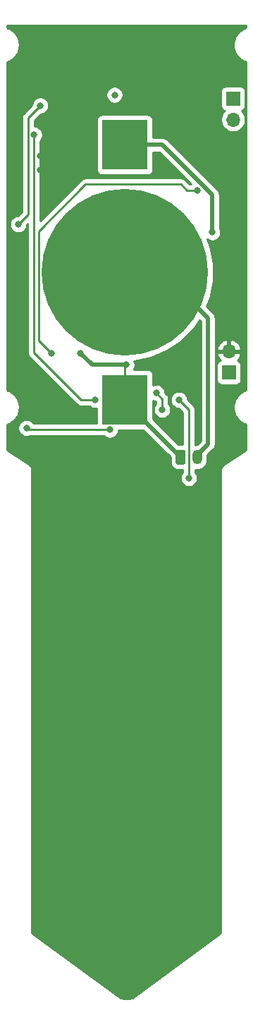
<source format=gbr>
G04 #@! TF.GenerationSoftware,KiCad,Pcbnew,(5.1.5)-3*
G04 #@! TF.CreationDate,2021-04-12T22:21:49+08:00*
G04 #@! TF.ProjectId,parasite,70617261-7369-4746-952e-6b696361645f,1.1.0*
G04 #@! TF.SameCoordinates,Original*
G04 #@! TF.FileFunction,Copper,L2,Bot*
G04 #@! TF.FilePolarity,Positive*
%FSLAX46Y46*%
G04 Gerber Fmt 4.6, Leading zero omitted, Abs format (unit mm)*
G04 Created by KiCad (PCBNEW (5.1.5)-3) date 2021-04-12 22:21:49*
%MOMM*%
%LPD*%
G04 APERTURE LIST*
%ADD10O,1.700000X1.700000*%
%ADD11R,1.700000X1.700000*%
%ADD12R,5.499999X6.000001*%
%ADD13C,20.000001*%
%ADD14O,1.200000X1.750000*%
%ADD15C,0.100000*%
%ADD16C,0.800000*%
%ADD17C,0.250000*%
%ADD18C,0.500000*%
%ADD19C,0.254000*%
G04 APERTURE END LIST*
D10*
X130302000Y-81788000D03*
D11*
X130302000Y-84328000D03*
D10*
X130810000Y-53975000D03*
D11*
X130810000Y-51435000D03*
D12*
X117800000Y-87600000D03*
X117800000Y-57000000D03*
D13*
X117800000Y-72300000D03*
D14*
X126500000Y-94500000D03*
G04 #@! TA.AperFunction,ComponentPad*
D15*
G36*
X124874505Y-93626204D02*
G01*
X124898773Y-93629804D01*
X124922572Y-93635765D01*
X124945671Y-93644030D01*
X124967850Y-93654520D01*
X124988893Y-93667132D01*
X125008599Y-93681747D01*
X125026777Y-93698223D01*
X125043253Y-93716401D01*
X125057868Y-93736107D01*
X125070480Y-93757150D01*
X125080970Y-93779329D01*
X125089235Y-93802428D01*
X125095196Y-93826227D01*
X125098796Y-93850495D01*
X125100000Y-93874999D01*
X125100000Y-95125001D01*
X125098796Y-95149505D01*
X125095196Y-95173773D01*
X125089235Y-95197572D01*
X125080970Y-95220671D01*
X125070480Y-95242850D01*
X125057868Y-95263893D01*
X125043253Y-95283599D01*
X125026777Y-95301777D01*
X125008599Y-95318253D01*
X124988893Y-95332868D01*
X124967850Y-95345480D01*
X124945671Y-95355970D01*
X124922572Y-95364235D01*
X124898773Y-95370196D01*
X124874505Y-95373796D01*
X124850001Y-95375000D01*
X124149999Y-95375000D01*
X124125495Y-95373796D01*
X124101227Y-95370196D01*
X124077428Y-95364235D01*
X124054329Y-95355970D01*
X124032150Y-95345480D01*
X124011107Y-95332868D01*
X123991401Y-95318253D01*
X123973223Y-95301777D01*
X123956747Y-95283599D01*
X123942132Y-95263893D01*
X123929520Y-95242850D01*
X123919030Y-95220671D01*
X123910765Y-95197572D01*
X123904804Y-95173773D01*
X123901204Y-95149505D01*
X123900000Y-95125001D01*
X123900000Y-93874999D01*
X123901204Y-93850495D01*
X123904804Y-93826227D01*
X123910765Y-93802428D01*
X123919030Y-93779329D01*
X123929520Y-93757150D01*
X123942132Y-93736107D01*
X123956747Y-93716401D01*
X123973223Y-93698223D01*
X123991401Y-93681747D01*
X124011107Y-93667132D01*
X124032150Y-93654520D01*
X124054329Y-93644030D01*
X124077428Y-93635765D01*
X124101227Y-93629804D01*
X124125495Y-93626204D01*
X124149999Y-93625000D01*
X124850001Y-93625000D01*
X124874505Y-93626204D01*
G37*
G04 #@! TD.AperFunction*
D16*
X117062500Y-93500000D03*
X109700000Y-88500000D03*
X129000000Y-60000000D03*
X105000000Y-86000000D03*
X113200000Y-96000000D03*
X107625000Y-58334058D03*
X129000000Y-75000000D03*
X126202194Y-80125795D03*
X122000000Y-83000000D03*
X123000000Y-54000000D03*
X129800000Y-79850000D03*
X130550000Y-72400000D03*
X112200000Y-60100000D03*
X107650000Y-60000000D03*
X113005000Y-49745000D03*
X112950000Y-57350000D03*
X122300000Y-88800000D03*
X121587347Y-86787347D03*
X114200000Y-87600000D03*
X106900000Y-55800000D03*
X116580002Y-51015000D03*
X112500000Y-82000000D03*
X128300000Y-67500000D03*
X118000000Y-83400000D03*
X125500000Y-97000000D03*
X124300000Y-87600000D03*
X116000000Y-91200003D03*
X106000000Y-91000000D03*
X126500000Y-62445000D03*
X108999958Y-82000000D03*
X110139283Y-72167638D03*
X107657000Y-52285000D03*
X105000000Y-66547984D03*
D17*
X107200000Y-86000000D02*
X109700000Y-88500000D01*
X105000000Y-86000000D02*
X107200000Y-86000000D01*
D18*
X115800000Y-93500000D02*
X117062500Y-93500000D01*
X113200000Y-96000000D02*
X115800000Y-93500000D01*
X126202194Y-80125795D02*
X123327989Y-83000000D01*
X123327989Y-83000000D02*
X122000000Y-83000000D01*
D17*
X124000000Y-55000000D02*
X129000000Y-60000000D01*
X123000000Y-54000000D02*
X124000000Y-55000000D01*
X129000000Y-60000000D02*
X130550000Y-61550000D01*
X130550000Y-79100000D02*
X129800000Y-79850000D01*
X130550000Y-61550000D02*
X130550000Y-72400000D01*
X130550000Y-72400000D02*
X130550000Y-79100000D01*
X112200000Y-60100000D02*
X107750000Y-60100000D01*
X107750000Y-60100000D02*
X107650000Y-60000000D01*
X107625000Y-58334058D02*
X111965942Y-58334058D01*
X113005000Y-49745000D02*
X113005000Y-57295000D01*
X111965942Y-58334058D02*
X112950000Y-57350000D01*
X113005000Y-57295000D02*
X112950000Y-57350000D01*
X130302000Y-80352000D02*
X129800000Y-79850000D01*
X130302000Y-81788000D02*
X130302000Y-80352000D01*
X122300000Y-87500000D02*
X121587347Y-86787347D01*
X122300000Y-88800000D02*
X122300000Y-87500000D01*
X114200000Y-87600000D02*
X112526998Y-87600000D01*
X106900000Y-56365685D02*
X106900000Y-55800000D01*
X106900000Y-81973002D02*
X106900000Y-56365685D01*
X112526998Y-87600000D02*
X106900000Y-81973002D01*
D18*
X117800000Y-87800000D02*
X117800000Y-87600000D01*
X124500000Y-94500000D02*
X117800000Y-87800000D01*
X122313002Y-57000000D02*
X121049999Y-57000000D01*
X128300000Y-62986998D02*
X122313002Y-57000000D01*
X121049999Y-57000000D02*
X117800000Y-57000000D01*
X128300000Y-67500000D02*
X128300000Y-62986998D01*
X113900000Y-83400000D02*
X112500000Y-82000000D01*
X118000000Y-83400000D02*
X113900000Y-83400000D01*
D17*
X117800000Y-83400000D02*
X117800000Y-87600000D01*
X118000000Y-83400000D02*
X117800000Y-83400000D01*
X125500000Y-88800000D02*
X124300000Y-87600000D01*
X125500000Y-97000000D02*
X125500000Y-88800000D01*
X106200003Y-91200003D02*
X106000000Y-91000000D01*
X116000000Y-91200003D02*
X106200003Y-91200003D01*
X107474999Y-80475041D02*
X108599959Y-81600001D01*
X126500000Y-62445000D02*
X125250000Y-62445000D01*
X108599959Y-81600001D02*
X108999958Y-82000000D01*
X107474999Y-67343999D02*
X107474999Y-80475041D01*
X125250000Y-62445000D02*
X124550000Y-61745000D01*
X124550000Y-61745000D02*
X113073998Y-61745000D01*
X113073998Y-61745000D02*
X107474999Y-67343999D01*
D18*
X117800000Y-72300000D02*
X117500000Y-72600000D01*
D17*
X117800000Y-72300000D02*
X117667638Y-72167638D01*
X110704968Y-72167638D02*
X110139283Y-72167638D01*
X117667638Y-72167638D02*
X110704968Y-72167638D01*
D18*
X122300000Y-72300000D02*
X117800000Y-72300000D01*
X127799999Y-92925001D02*
X127799999Y-77799999D01*
X126500000Y-94500000D02*
X126500000Y-94225000D01*
X127799999Y-77799999D02*
X122300000Y-72300000D01*
X126500000Y-94225000D02*
X127799999Y-92925001D01*
D17*
X106174999Y-65372985D02*
X105399999Y-66147985D01*
X105399999Y-66147985D02*
X105000000Y-66547984D01*
X107657000Y-52285000D02*
X106174999Y-53767001D01*
X106174999Y-53767001D02*
X106174999Y-65372985D01*
D19*
G36*
X132340001Y-42950801D02*
G01*
X132209523Y-42992191D01*
X132154588Y-43015737D01*
X132099235Y-43038551D01*
X132091129Y-43042935D01*
X131834592Y-43183968D01*
X131785247Y-43217755D01*
X131735409Y-43250867D01*
X131728309Y-43256741D01*
X131504051Y-43444916D01*
X131462207Y-43487646D01*
X131419751Y-43529806D01*
X131413927Y-43536947D01*
X131230491Y-43765097D01*
X131197744Y-43815139D01*
X131164286Y-43864742D01*
X131159960Y-43872879D01*
X131024330Y-44132313D01*
X131001918Y-44187785D01*
X130978740Y-44242923D01*
X130976077Y-44251745D01*
X130893422Y-44532583D01*
X130882224Y-44591284D01*
X130870184Y-44649940D01*
X130869285Y-44659112D01*
X130842753Y-44950656D01*
X130843171Y-45010472D01*
X130842753Y-45070288D01*
X130843652Y-45079460D01*
X130874252Y-45370605D01*
X130886283Y-45429217D01*
X130897489Y-45487963D01*
X130900153Y-45496784D01*
X130986721Y-45776440D01*
X131009899Y-45831578D01*
X131032311Y-45887050D01*
X131036638Y-45895186D01*
X131175877Y-46152702D01*
X131209304Y-46202259D01*
X131242080Y-46252347D01*
X131247905Y-46259488D01*
X131434510Y-46485056D01*
X131476965Y-46527215D01*
X131518809Y-46569945D01*
X131525909Y-46575819D01*
X131752773Y-46760845D01*
X131802566Y-46793927D01*
X131851955Y-46827745D01*
X131860061Y-46832127D01*
X132118542Y-46969564D01*
X132173836Y-46992355D01*
X132228829Y-47015925D01*
X132237632Y-47018650D01*
X132340000Y-47049557D01*
X132340001Y-86450801D01*
X132209523Y-86492191D01*
X132154588Y-86515737D01*
X132099235Y-86538551D01*
X132091129Y-86542935D01*
X131834592Y-86683968D01*
X131785247Y-86717755D01*
X131735409Y-86750867D01*
X131728309Y-86756741D01*
X131504051Y-86944916D01*
X131462207Y-86987646D01*
X131419751Y-87029806D01*
X131413927Y-87036947D01*
X131230491Y-87265097D01*
X131197744Y-87315139D01*
X131164286Y-87364742D01*
X131159960Y-87372879D01*
X131024330Y-87632313D01*
X131001918Y-87687785D01*
X130978740Y-87742923D01*
X130976077Y-87751745D01*
X130893422Y-88032583D01*
X130882224Y-88091284D01*
X130870184Y-88149940D01*
X130869285Y-88159112D01*
X130842753Y-88450656D01*
X130843171Y-88510472D01*
X130842753Y-88570288D01*
X130843652Y-88579460D01*
X130874252Y-88870605D01*
X130886283Y-88929217D01*
X130897489Y-88987963D01*
X130900153Y-88996784D01*
X130986721Y-89276440D01*
X131009899Y-89331578D01*
X131032311Y-89387050D01*
X131036638Y-89395186D01*
X131175877Y-89652702D01*
X131209304Y-89702259D01*
X131242080Y-89752347D01*
X131247905Y-89759488D01*
X131434510Y-89985056D01*
X131476965Y-90027215D01*
X131518809Y-90069945D01*
X131525909Y-90075819D01*
X131752773Y-90260845D01*
X131802566Y-90293927D01*
X131851955Y-90327745D01*
X131860061Y-90332127D01*
X132118542Y-90469564D01*
X132173836Y-90492355D01*
X132228829Y-90515925D01*
X132237632Y-90518650D01*
X132340000Y-90549557D01*
X132340001Y-93646778D01*
X129660588Y-95433054D01*
X129631550Y-95448575D01*
X129581287Y-95489825D01*
X129531543Y-95530562D01*
X129531323Y-95530830D01*
X129531052Y-95531052D01*
X129489702Y-95581438D01*
X129448962Y-95630974D01*
X129448799Y-95631278D01*
X129448575Y-95631551D01*
X129417976Y-95688798D01*
X129387556Y-95745566D01*
X129387454Y-95745901D01*
X129387290Y-95746208D01*
X129368356Y-95808623D01*
X129349687Y-95869938D01*
X129349653Y-95870278D01*
X129349550Y-95870618D01*
X129343124Y-95935859D01*
X129336808Y-95999307D01*
X129340000Y-96032066D01*
X129340001Y-151663912D01*
X118721338Y-159386575D01*
X118314733Y-159479214D01*
X117827192Y-159493131D01*
X117323567Y-159408264D01*
X117297780Y-159400478D01*
X106660000Y-151663913D01*
X106660000Y-96032065D01*
X106663192Y-95999306D01*
X106656876Y-95935858D01*
X106650450Y-95870617D01*
X106650347Y-95870277D01*
X106650313Y-95869937D01*
X106631644Y-95808622D01*
X106612710Y-95746207D01*
X106612546Y-95745900D01*
X106612444Y-95745565D01*
X106582024Y-95688797D01*
X106551425Y-95631550D01*
X106551201Y-95631277D01*
X106551038Y-95630973D01*
X106510105Y-95581201D01*
X106468948Y-95531052D01*
X106468680Y-95530832D01*
X106468457Y-95530561D01*
X106417903Y-95489161D01*
X106368449Y-95448575D01*
X106339423Y-95433061D01*
X103660000Y-93646779D01*
X103660000Y-90549198D01*
X103790476Y-90507809D01*
X103845412Y-90484263D01*
X103900764Y-90461449D01*
X103908870Y-90457065D01*
X104165408Y-90316032D01*
X104214753Y-90282245D01*
X104264591Y-90249133D01*
X104271691Y-90243259D01*
X104495949Y-90055084D01*
X104537793Y-90012354D01*
X104580248Y-89970195D01*
X104586072Y-89963053D01*
X104769509Y-89734903D01*
X104802251Y-89684869D01*
X104835714Y-89635258D01*
X104840040Y-89627122D01*
X104975670Y-89367687D01*
X104998082Y-89312215D01*
X105021260Y-89257077D01*
X105023923Y-89248255D01*
X105106578Y-88967417D01*
X105117785Y-88908669D01*
X105129816Y-88850059D01*
X105130715Y-88840888D01*
X105157247Y-88549344D01*
X105156829Y-88489528D01*
X105157247Y-88429712D01*
X105156348Y-88420541D01*
X105125748Y-88129395D01*
X105113710Y-88070753D01*
X105102510Y-88012037D01*
X105099847Y-88003216D01*
X105013279Y-87723560D01*
X104990101Y-87668422D01*
X104967689Y-87612950D01*
X104963362Y-87604814D01*
X104824123Y-87347298D01*
X104790701Y-87297749D01*
X104757920Y-87247653D01*
X104752095Y-87240512D01*
X104565490Y-87014945D01*
X104523054Y-86972804D01*
X104481191Y-86930055D01*
X104474091Y-86924181D01*
X104247227Y-86739155D01*
X104197408Y-86706055D01*
X104148045Y-86672256D01*
X104139939Y-86667873D01*
X103881458Y-86530436D01*
X103826164Y-86507645D01*
X103771171Y-86484075D01*
X103762368Y-86481350D01*
X103660000Y-86450443D01*
X103660000Y-66446045D01*
X103965000Y-66446045D01*
X103965000Y-66649923D01*
X104004774Y-66849882D01*
X104082795Y-67038240D01*
X104196063Y-67207758D01*
X104340226Y-67351921D01*
X104509744Y-67465189D01*
X104698102Y-67543210D01*
X104898061Y-67582984D01*
X105101939Y-67582984D01*
X105301898Y-67543210D01*
X105490256Y-67465189D01*
X105659774Y-67351921D01*
X105803937Y-67207758D01*
X105917205Y-67038240D01*
X105995226Y-66849882D01*
X106035000Y-66649923D01*
X106035000Y-66587785D01*
X106140001Y-66482785D01*
X106140000Y-81935680D01*
X106136324Y-81973002D01*
X106140000Y-82010324D01*
X106140000Y-82010334D01*
X106150997Y-82121987D01*
X106185271Y-82234975D01*
X106194454Y-82265248D01*
X106265026Y-82397278D01*
X106287183Y-82424276D01*
X106359999Y-82513003D01*
X106389003Y-82536806D01*
X111963198Y-88111002D01*
X111986997Y-88140001D01*
X112015995Y-88163799D01*
X112102721Y-88234974D01*
X112234751Y-88305546D01*
X112378012Y-88349003D01*
X112489665Y-88360000D01*
X112489675Y-88360000D01*
X112526998Y-88363676D01*
X112564321Y-88360000D01*
X113496289Y-88360000D01*
X113540226Y-88403937D01*
X113709744Y-88517205D01*
X113898102Y-88595226D01*
X114098061Y-88635000D01*
X114301939Y-88635000D01*
X114411929Y-88613122D01*
X114411929Y-90440003D01*
X106870606Y-90440003D01*
X106803937Y-90340226D01*
X106659774Y-90196063D01*
X106490256Y-90082795D01*
X106301898Y-90004774D01*
X106101939Y-89965000D01*
X105898061Y-89965000D01*
X105698102Y-90004774D01*
X105509744Y-90082795D01*
X105340226Y-90196063D01*
X105196063Y-90340226D01*
X105082795Y-90509744D01*
X105004774Y-90698102D01*
X104965000Y-90898061D01*
X104965000Y-91101939D01*
X105004774Y-91301898D01*
X105082795Y-91490256D01*
X105196063Y-91659774D01*
X105340226Y-91803937D01*
X105509744Y-91917205D01*
X105698102Y-91995226D01*
X105898061Y-92035000D01*
X106101939Y-92035000D01*
X106301898Y-91995226D01*
X106386933Y-91960003D01*
X115296289Y-91960003D01*
X115340226Y-92003940D01*
X115509744Y-92117208D01*
X115698102Y-92195229D01*
X115898061Y-92235003D01*
X116101939Y-92235003D01*
X116301898Y-92195229D01*
X116490256Y-92117208D01*
X116659774Y-92003940D01*
X116803937Y-91859777D01*
X116917205Y-91690259D01*
X116995226Y-91501901D01*
X117035000Y-91301942D01*
X117035000Y-91238072D01*
X119986494Y-91238072D01*
X123261928Y-94513507D01*
X123261928Y-95125001D01*
X123278992Y-95298255D01*
X123329528Y-95464851D01*
X123411595Y-95618387D01*
X123522038Y-95752962D01*
X123656613Y-95863405D01*
X123810149Y-95945472D01*
X123976745Y-95996008D01*
X124149999Y-96013072D01*
X124740000Y-96013072D01*
X124740000Y-96296289D01*
X124696063Y-96340226D01*
X124582795Y-96509744D01*
X124504774Y-96698102D01*
X124465000Y-96898061D01*
X124465000Y-97101939D01*
X124504774Y-97301898D01*
X124582795Y-97490256D01*
X124696063Y-97659774D01*
X124840226Y-97803937D01*
X125009744Y-97917205D01*
X125198102Y-97995226D01*
X125398061Y-98035000D01*
X125601939Y-98035000D01*
X125801898Y-97995226D01*
X125990256Y-97917205D01*
X126159774Y-97803937D01*
X126303937Y-97659774D01*
X126417205Y-97490256D01*
X126495226Y-97301898D01*
X126535000Y-97101939D01*
X126535000Y-96898061D01*
X126495226Y-96698102D01*
X126417205Y-96509744D01*
X126303937Y-96340226D01*
X126260000Y-96296289D01*
X126260000Y-95992337D01*
X126500000Y-96015975D01*
X126742102Y-95992130D01*
X126974901Y-95921511D01*
X127189449Y-95806833D01*
X127377502Y-95652502D01*
X127531833Y-95464449D01*
X127646511Y-95249900D01*
X127717130Y-95017101D01*
X127735000Y-94835664D01*
X127735000Y-94241578D01*
X128395049Y-93581530D01*
X128428816Y-93553818D01*
X128539410Y-93419060D01*
X128621588Y-93265314D01*
X128672194Y-93098491D01*
X128684999Y-92968478D01*
X128684999Y-92968468D01*
X128689280Y-92925002D01*
X128684999Y-92881536D01*
X128684999Y-83478000D01*
X128813928Y-83478000D01*
X128813928Y-85178000D01*
X128826188Y-85302482D01*
X128862498Y-85422180D01*
X128921463Y-85532494D01*
X129000815Y-85629185D01*
X129097506Y-85708537D01*
X129207820Y-85767502D01*
X129327518Y-85803812D01*
X129452000Y-85816072D01*
X131152000Y-85816072D01*
X131276482Y-85803812D01*
X131396180Y-85767502D01*
X131506494Y-85708537D01*
X131603185Y-85629185D01*
X131682537Y-85532494D01*
X131741502Y-85422180D01*
X131777812Y-85302482D01*
X131790072Y-85178000D01*
X131790072Y-83478000D01*
X131777812Y-83353518D01*
X131741502Y-83233820D01*
X131682537Y-83123506D01*
X131603185Y-83026815D01*
X131506494Y-82947463D01*
X131396180Y-82888498D01*
X131315534Y-82864034D01*
X131399588Y-82788269D01*
X131573641Y-82554920D01*
X131698825Y-82292099D01*
X131743476Y-82144890D01*
X131622155Y-81915000D01*
X130429000Y-81915000D01*
X130429000Y-81935000D01*
X130175000Y-81935000D01*
X130175000Y-81915000D01*
X128981845Y-81915000D01*
X128860524Y-82144890D01*
X128905175Y-82292099D01*
X129030359Y-82554920D01*
X129204412Y-82788269D01*
X129288466Y-82864034D01*
X129207820Y-82888498D01*
X129097506Y-82947463D01*
X129000815Y-83026815D01*
X128921463Y-83123506D01*
X128862498Y-83233820D01*
X128826188Y-83353518D01*
X128813928Y-83478000D01*
X128684999Y-83478000D01*
X128684999Y-81431110D01*
X128860524Y-81431110D01*
X128981845Y-81661000D01*
X130175000Y-81661000D01*
X130175000Y-80467186D01*
X130429000Y-80467186D01*
X130429000Y-81661000D01*
X131622155Y-81661000D01*
X131743476Y-81431110D01*
X131698825Y-81283901D01*
X131573641Y-81021080D01*
X131399588Y-80787731D01*
X131183355Y-80592822D01*
X130933252Y-80443843D01*
X130658891Y-80346519D01*
X130429000Y-80467186D01*
X130175000Y-80467186D01*
X129945109Y-80346519D01*
X129670748Y-80443843D01*
X129420645Y-80592822D01*
X129204412Y-80787731D01*
X129030359Y-81021080D01*
X128905175Y-81283901D01*
X128860524Y-81431110D01*
X128684999Y-81431110D01*
X128684999Y-77843464D01*
X128689280Y-77799998D01*
X128684999Y-77756532D01*
X128684999Y-77756522D01*
X128672194Y-77626509D01*
X128621588Y-77459686D01*
X128539410Y-77305940D01*
X128428816Y-77171182D01*
X128395048Y-77143469D01*
X127624275Y-76372696D01*
X128026303Y-75402115D01*
X128435000Y-73347456D01*
X128435000Y-71252544D01*
X128026303Y-69197885D01*
X127662061Y-68318526D01*
X127809744Y-68417205D01*
X127998102Y-68495226D01*
X128198061Y-68535000D01*
X128401939Y-68535000D01*
X128601898Y-68495226D01*
X128790256Y-68417205D01*
X128959774Y-68303937D01*
X129103937Y-68159774D01*
X129217205Y-67990256D01*
X129295226Y-67801898D01*
X129335000Y-67601939D01*
X129335000Y-67398061D01*
X129295226Y-67198102D01*
X129217205Y-67009744D01*
X129185000Y-66961546D01*
X129185000Y-63030467D01*
X129189281Y-62986998D01*
X129185000Y-62943529D01*
X129185000Y-62943521D01*
X129172195Y-62813508D01*
X129121589Y-62646685D01*
X129039411Y-62492939D01*
X129000068Y-62445000D01*
X128956532Y-62391951D01*
X128956530Y-62391949D01*
X128928817Y-62358181D01*
X128895049Y-62330468D01*
X122969536Y-56404956D01*
X122941819Y-56371183D01*
X122807061Y-56260589D01*
X122653315Y-56178411D01*
X122486492Y-56127805D01*
X122356479Y-56115000D01*
X122356471Y-56115000D01*
X122313002Y-56110719D01*
X122269533Y-56115000D01*
X121188071Y-56115000D01*
X121188071Y-54000000D01*
X121175811Y-53875518D01*
X121139501Y-53755820D01*
X121080536Y-53645506D01*
X121001184Y-53548815D01*
X120904493Y-53469463D01*
X120794179Y-53410498D01*
X120674481Y-53374188D01*
X120549999Y-53361928D01*
X115050001Y-53361928D01*
X114925519Y-53374188D01*
X114805821Y-53410498D01*
X114695507Y-53469463D01*
X114598816Y-53548815D01*
X114519464Y-53645506D01*
X114460499Y-53755820D01*
X114424189Y-53875518D01*
X114411929Y-54000000D01*
X114411929Y-60000000D01*
X114424189Y-60124482D01*
X114460499Y-60244180D01*
X114519464Y-60354494D01*
X114598816Y-60451185D01*
X114695507Y-60530537D01*
X114805821Y-60589502D01*
X114925519Y-60625812D01*
X115050001Y-60638072D01*
X120549999Y-60638072D01*
X120674481Y-60625812D01*
X120794179Y-60589502D01*
X120904493Y-60530537D01*
X121001184Y-60451185D01*
X121080536Y-60354494D01*
X121139501Y-60244180D01*
X121175811Y-60124482D01*
X121188071Y-60000000D01*
X121188071Y-57885000D01*
X121946424Y-57885000D01*
X125746423Y-61685000D01*
X125564802Y-61685000D01*
X125113803Y-61234002D01*
X125090001Y-61204999D01*
X124974276Y-61110026D01*
X124842247Y-61039454D01*
X124698986Y-60995997D01*
X124587333Y-60985000D01*
X124587322Y-60985000D01*
X124550000Y-60981324D01*
X124512678Y-60985000D01*
X113111320Y-60985000D01*
X113073997Y-60981324D01*
X113036674Y-60985000D01*
X113036665Y-60985000D01*
X112925012Y-60995997D01*
X112781751Y-61039454D01*
X112649722Y-61110026D01*
X112533997Y-61204999D01*
X112510199Y-61233997D01*
X107660000Y-66084197D01*
X107660000Y-56503711D01*
X107703937Y-56459774D01*
X107817205Y-56290256D01*
X107895226Y-56101898D01*
X107935000Y-55901939D01*
X107935000Y-55698061D01*
X107895226Y-55498102D01*
X107817205Y-55309744D01*
X107703937Y-55140226D01*
X107559774Y-54996063D01*
X107390256Y-54882795D01*
X107201898Y-54804774D01*
X107001939Y-54765000D01*
X106934999Y-54765000D01*
X106934999Y-54081802D01*
X107696802Y-53320000D01*
X107758939Y-53320000D01*
X107958898Y-53280226D01*
X108147256Y-53202205D01*
X108316774Y-53088937D01*
X108460937Y-52944774D01*
X108574205Y-52775256D01*
X108652226Y-52586898D01*
X108692000Y-52386939D01*
X108692000Y-52183061D01*
X108652226Y-51983102D01*
X108574205Y-51794744D01*
X108460937Y-51625226D01*
X108316774Y-51481063D01*
X108147256Y-51367795D01*
X107958898Y-51289774D01*
X107758939Y-51250000D01*
X107555061Y-51250000D01*
X107355102Y-51289774D01*
X107166744Y-51367795D01*
X106997226Y-51481063D01*
X106853063Y-51625226D01*
X106739795Y-51794744D01*
X106661774Y-51983102D01*
X106622000Y-52183061D01*
X106622000Y-52245198D01*
X105664002Y-53203197D01*
X105634998Y-53227000D01*
X105598405Y-53271589D01*
X105540025Y-53342725D01*
X105472282Y-53469463D01*
X105469453Y-53474755D01*
X105425996Y-53618016D01*
X105414999Y-53729669D01*
X105414999Y-53729679D01*
X105411323Y-53767001D01*
X105414999Y-53804323D01*
X105415000Y-65058182D01*
X104960199Y-65512984D01*
X104898061Y-65512984D01*
X104698102Y-65552758D01*
X104509744Y-65630779D01*
X104340226Y-65744047D01*
X104196063Y-65888210D01*
X104082795Y-66057728D01*
X104004774Y-66246086D01*
X103965000Y-66446045D01*
X103660000Y-66446045D01*
X103660000Y-50913061D01*
X115545002Y-50913061D01*
X115545002Y-51116939D01*
X115584776Y-51316898D01*
X115662797Y-51505256D01*
X115776065Y-51674774D01*
X115920228Y-51818937D01*
X116089746Y-51932205D01*
X116278104Y-52010226D01*
X116478063Y-52050000D01*
X116681941Y-52050000D01*
X116881900Y-52010226D01*
X117070258Y-51932205D01*
X117239776Y-51818937D01*
X117383939Y-51674774D01*
X117497207Y-51505256D01*
X117575228Y-51316898D01*
X117615002Y-51116939D01*
X117615002Y-50913061D01*
X117575228Y-50713102D01*
X117522167Y-50585000D01*
X129321928Y-50585000D01*
X129321928Y-52285000D01*
X129334188Y-52409482D01*
X129370498Y-52529180D01*
X129429463Y-52639494D01*
X129508815Y-52736185D01*
X129605506Y-52815537D01*
X129715820Y-52874502D01*
X129788380Y-52896513D01*
X129656525Y-53028368D01*
X129494010Y-53271589D01*
X129382068Y-53541842D01*
X129325000Y-53828740D01*
X129325000Y-54121260D01*
X129382068Y-54408158D01*
X129494010Y-54678411D01*
X129656525Y-54921632D01*
X129863368Y-55128475D01*
X130106589Y-55290990D01*
X130376842Y-55402932D01*
X130663740Y-55460000D01*
X130956260Y-55460000D01*
X131243158Y-55402932D01*
X131513411Y-55290990D01*
X131756632Y-55128475D01*
X131963475Y-54921632D01*
X132125990Y-54678411D01*
X132237932Y-54408158D01*
X132295000Y-54121260D01*
X132295000Y-53828740D01*
X132237932Y-53541842D01*
X132125990Y-53271589D01*
X131963475Y-53028368D01*
X131831620Y-52896513D01*
X131904180Y-52874502D01*
X132014494Y-52815537D01*
X132111185Y-52736185D01*
X132190537Y-52639494D01*
X132249502Y-52529180D01*
X132285812Y-52409482D01*
X132298072Y-52285000D01*
X132298072Y-50585000D01*
X132285812Y-50460518D01*
X132249502Y-50340820D01*
X132190537Y-50230506D01*
X132111185Y-50133815D01*
X132014494Y-50054463D01*
X131904180Y-49995498D01*
X131784482Y-49959188D01*
X131660000Y-49946928D01*
X129960000Y-49946928D01*
X129835518Y-49959188D01*
X129715820Y-49995498D01*
X129605506Y-50054463D01*
X129508815Y-50133815D01*
X129429463Y-50230506D01*
X129370498Y-50340820D01*
X129334188Y-50460518D01*
X129321928Y-50585000D01*
X117522167Y-50585000D01*
X117497207Y-50524744D01*
X117383939Y-50355226D01*
X117239776Y-50211063D01*
X117070258Y-50097795D01*
X116881900Y-50019774D01*
X116681941Y-49980000D01*
X116478063Y-49980000D01*
X116278104Y-50019774D01*
X116089746Y-50097795D01*
X115920228Y-50211063D01*
X115776065Y-50355226D01*
X115662797Y-50524744D01*
X115584776Y-50713102D01*
X115545002Y-50913061D01*
X103660000Y-50913061D01*
X103660000Y-47049198D01*
X103790476Y-47007809D01*
X103845412Y-46984263D01*
X103900764Y-46961449D01*
X103908870Y-46957065D01*
X104165408Y-46816032D01*
X104214753Y-46782245D01*
X104264591Y-46749133D01*
X104271691Y-46743259D01*
X104495949Y-46555084D01*
X104537793Y-46512354D01*
X104580248Y-46470195D01*
X104586072Y-46463053D01*
X104769509Y-46234903D01*
X104802251Y-46184869D01*
X104835714Y-46135258D01*
X104840040Y-46127122D01*
X104975670Y-45867687D01*
X104998082Y-45812215D01*
X105021260Y-45757077D01*
X105023923Y-45748255D01*
X105106578Y-45467417D01*
X105117785Y-45408669D01*
X105129816Y-45350059D01*
X105130715Y-45340888D01*
X105157247Y-45049344D01*
X105156829Y-44989528D01*
X105157247Y-44929712D01*
X105156348Y-44920541D01*
X105125748Y-44629395D01*
X105113710Y-44570753D01*
X105102510Y-44512037D01*
X105099847Y-44503216D01*
X105013279Y-44223560D01*
X104990101Y-44168422D01*
X104967689Y-44112950D01*
X104963362Y-44104814D01*
X104824123Y-43847298D01*
X104790701Y-43797749D01*
X104757920Y-43747653D01*
X104752095Y-43740512D01*
X104565490Y-43514945D01*
X104523054Y-43472804D01*
X104481191Y-43430055D01*
X104474091Y-43424181D01*
X104247227Y-43239155D01*
X104197408Y-43206055D01*
X104148045Y-43172256D01*
X104139939Y-43167873D01*
X103881458Y-43030436D01*
X103826164Y-43007645D01*
X103771171Y-42984075D01*
X103762368Y-42981350D01*
X103660000Y-42950443D01*
X103660000Y-42660000D01*
X132340000Y-42660000D01*
X132340001Y-42950801D01*
G37*
X132340001Y-42950801D02*
X132209523Y-42992191D01*
X132154588Y-43015737D01*
X132099235Y-43038551D01*
X132091129Y-43042935D01*
X131834592Y-43183968D01*
X131785247Y-43217755D01*
X131735409Y-43250867D01*
X131728309Y-43256741D01*
X131504051Y-43444916D01*
X131462207Y-43487646D01*
X131419751Y-43529806D01*
X131413927Y-43536947D01*
X131230491Y-43765097D01*
X131197744Y-43815139D01*
X131164286Y-43864742D01*
X131159960Y-43872879D01*
X131024330Y-44132313D01*
X131001918Y-44187785D01*
X130978740Y-44242923D01*
X130976077Y-44251745D01*
X130893422Y-44532583D01*
X130882224Y-44591284D01*
X130870184Y-44649940D01*
X130869285Y-44659112D01*
X130842753Y-44950656D01*
X130843171Y-45010472D01*
X130842753Y-45070288D01*
X130843652Y-45079460D01*
X130874252Y-45370605D01*
X130886283Y-45429217D01*
X130897489Y-45487963D01*
X130900153Y-45496784D01*
X130986721Y-45776440D01*
X131009899Y-45831578D01*
X131032311Y-45887050D01*
X131036638Y-45895186D01*
X131175877Y-46152702D01*
X131209304Y-46202259D01*
X131242080Y-46252347D01*
X131247905Y-46259488D01*
X131434510Y-46485056D01*
X131476965Y-46527215D01*
X131518809Y-46569945D01*
X131525909Y-46575819D01*
X131752773Y-46760845D01*
X131802566Y-46793927D01*
X131851955Y-46827745D01*
X131860061Y-46832127D01*
X132118542Y-46969564D01*
X132173836Y-46992355D01*
X132228829Y-47015925D01*
X132237632Y-47018650D01*
X132340000Y-47049557D01*
X132340001Y-86450801D01*
X132209523Y-86492191D01*
X132154588Y-86515737D01*
X132099235Y-86538551D01*
X132091129Y-86542935D01*
X131834592Y-86683968D01*
X131785247Y-86717755D01*
X131735409Y-86750867D01*
X131728309Y-86756741D01*
X131504051Y-86944916D01*
X131462207Y-86987646D01*
X131419751Y-87029806D01*
X131413927Y-87036947D01*
X131230491Y-87265097D01*
X131197744Y-87315139D01*
X131164286Y-87364742D01*
X131159960Y-87372879D01*
X131024330Y-87632313D01*
X131001918Y-87687785D01*
X130978740Y-87742923D01*
X130976077Y-87751745D01*
X130893422Y-88032583D01*
X130882224Y-88091284D01*
X130870184Y-88149940D01*
X130869285Y-88159112D01*
X130842753Y-88450656D01*
X130843171Y-88510472D01*
X130842753Y-88570288D01*
X130843652Y-88579460D01*
X130874252Y-88870605D01*
X130886283Y-88929217D01*
X130897489Y-88987963D01*
X130900153Y-88996784D01*
X130986721Y-89276440D01*
X131009899Y-89331578D01*
X131032311Y-89387050D01*
X131036638Y-89395186D01*
X131175877Y-89652702D01*
X131209304Y-89702259D01*
X131242080Y-89752347D01*
X131247905Y-89759488D01*
X131434510Y-89985056D01*
X131476965Y-90027215D01*
X131518809Y-90069945D01*
X131525909Y-90075819D01*
X131752773Y-90260845D01*
X131802566Y-90293927D01*
X131851955Y-90327745D01*
X131860061Y-90332127D01*
X132118542Y-90469564D01*
X132173836Y-90492355D01*
X132228829Y-90515925D01*
X132237632Y-90518650D01*
X132340000Y-90549557D01*
X132340001Y-93646778D01*
X129660588Y-95433054D01*
X129631550Y-95448575D01*
X129581287Y-95489825D01*
X129531543Y-95530562D01*
X129531323Y-95530830D01*
X129531052Y-95531052D01*
X129489702Y-95581438D01*
X129448962Y-95630974D01*
X129448799Y-95631278D01*
X129448575Y-95631551D01*
X129417976Y-95688798D01*
X129387556Y-95745566D01*
X129387454Y-95745901D01*
X129387290Y-95746208D01*
X129368356Y-95808623D01*
X129349687Y-95869938D01*
X129349653Y-95870278D01*
X129349550Y-95870618D01*
X129343124Y-95935859D01*
X129336808Y-95999307D01*
X129340000Y-96032066D01*
X129340001Y-151663912D01*
X118721338Y-159386575D01*
X118314733Y-159479214D01*
X117827192Y-159493131D01*
X117323567Y-159408264D01*
X117297780Y-159400478D01*
X106660000Y-151663913D01*
X106660000Y-96032065D01*
X106663192Y-95999306D01*
X106656876Y-95935858D01*
X106650450Y-95870617D01*
X106650347Y-95870277D01*
X106650313Y-95869937D01*
X106631644Y-95808622D01*
X106612710Y-95746207D01*
X106612546Y-95745900D01*
X106612444Y-95745565D01*
X106582024Y-95688797D01*
X106551425Y-95631550D01*
X106551201Y-95631277D01*
X106551038Y-95630973D01*
X106510105Y-95581201D01*
X106468948Y-95531052D01*
X106468680Y-95530832D01*
X106468457Y-95530561D01*
X106417903Y-95489161D01*
X106368449Y-95448575D01*
X106339423Y-95433061D01*
X103660000Y-93646779D01*
X103660000Y-90549198D01*
X103790476Y-90507809D01*
X103845412Y-90484263D01*
X103900764Y-90461449D01*
X103908870Y-90457065D01*
X104165408Y-90316032D01*
X104214753Y-90282245D01*
X104264591Y-90249133D01*
X104271691Y-90243259D01*
X104495949Y-90055084D01*
X104537793Y-90012354D01*
X104580248Y-89970195D01*
X104586072Y-89963053D01*
X104769509Y-89734903D01*
X104802251Y-89684869D01*
X104835714Y-89635258D01*
X104840040Y-89627122D01*
X104975670Y-89367687D01*
X104998082Y-89312215D01*
X105021260Y-89257077D01*
X105023923Y-89248255D01*
X105106578Y-88967417D01*
X105117785Y-88908669D01*
X105129816Y-88850059D01*
X105130715Y-88840888D01*
X105157247Y-88549344D01*
X105156829Y-88489528D01*
X105157247Y-88429712D01*
X105156348Y-88420541D01*
X105125748Y-88129395D01*
X105113710Y-88070753D01*
X105102510Y-88012037D01*
X105099847Y-88003216D01*
X105013279Y-87723560D01*
X104990101Y-87668422D01*
X104967689Y-87612950D01*
X104963362Y-87604814D01*
X104824123Y-87347298D01*
X104790701Y-87297749D01*
X104757920Y-87247653D01*
X104752095Y-87240512D01*
X104565490Y-87014945D01*
X104523054Y-86972804D01*
X104481191Y-86930055D01*
X104474091Y-86924181D01*
X104247227Y-86739155D01*
X104197408Y-86706055D01*
X104148045Y-86672256D01*
X104139939Y-86667873D01*
X103881458Y-86530436D01*
X103826164Y-86507645D01*
X103771171Y-86484075D01*
X103762368Y-86481350D01*
X103660000Y-86450443D01*
X103660000Y-66446045D01*
X103965000Y-66446045D01*
X103965000Y-66649923D01*
X104004774Y-66849882D01*
X104082795Y-67038240D01*
X104196063Y-67207758D01*
X104340226Y-67351921D01*
X104509744Y-67465189D01*
X104698102Y-67543210D01*
X104898061Y-67582984D01*
X105101939Y-67582984D01*
X105301898Y-67543210D01*
X105490256Y-67465189D01*
X105659774Y-67351921D01*
X105803937Y-67207758D01*
X105917205Y-67038240D01*
X105995226Y-66849882D01*
X106035000Y-66649923D01*
X106035000Y-66587785D01*
X106140001Y-66482785D01*
X106140000Y-81935680D01*
X106136324Y-81973002D01*
X106140000Y-82010324D01*
X106140000Y-82010334D01*
X106150997Y-82121987D01*
X106185271Y-82234975D01*
X106194454Y-82265248D01*
X106265026Y-82397278D01*
X106287183Y-82424276D01*
X106359999Y-82513003D01*
X106389003Y-82536806D01*
X111963198Y-88111002D01*
X111986997Y-88140001D01*
X112015995Y-88163799D01*
X112102721Y-88234974D01*
X112234751Y-88305546D01*
X112378012Y-88349003D01*
X112489665Y-88360000D01*
X112489675Y-88360000D01*
X112526998Y-88363676D01*
X112564321Y-88360000D01*
X113496289Y-88360000D01*
X113540226Y-88403937D01*
X113709744Y-88517205D01*
X113898102Y-88595226D01*
X114098061Y-88635000D01*
X114301939Y-88635000D01*
X114411929Y-88613122D01*
X114411929Y-90440003D01*
X106870606Y-90440003D01*
X106803937Y-90340226D01*
X106659774Y-90196063D01*
X106490256Y-90082795D01*
X106301898Y-90004774D01*
X106101939Y-89965000D01*
X105898061Y-89965000D01*
X105698102Y-90004774D01*
X105509744Y-90082795D01*
X105340226Y-90196063D01*
X105196063Y-90340226D01*
X105082795Y-90509744D01*
X105004774Y-90698102D01*
X104965000Y-90898061D01*
X104965000Y-91101939D01*
X105004774Y-91301898D01*
X105082795Y-91490256D01*
X105196063Y-91659774D01*
X105340226Y-91803937D01*
X105509744Y-91917205D01*
X105698102Y-91995226D01*
X105898061Y-92035000D01*
X106101939Y-92035000D01*
X106301898Y-91995226D01*
X106386933Y-91960003D01*
X115296289Y-91960003D01*
X115340226Y-92003940D01*
X115509744Y-92117208D01*
X115698102Y-92195229D01*
X115898061Y-92235003D01*
X116101939Y-92235003D01*
X116301898Y-92195229D01*
X116490256Y-92117208D01*
X116659774Y-92003940D01*
X116803937Y-91859777D01*
X116917205Y-91690259D01*
X116995226Y-91501901D01*
X117035000Y-91301942D01*
X117035000Y-91238072D01*
X119986494Y-91238072D01*
X123261928Y-94513507D01*
X123261928Y-95125001D01*
X123278992Y-95298255D01*
X123329528Y-95464851D01*
X123411595Y-95618387D01*
X123522038Y-95752962D01*
X123656613Y-95863405D01*
X123810149Y-95945472D01*
X123976745Y-95996008D01*
X124149999Y-96013072D01*
X124740000Y-96013072D01*
X124740000Y-96296289D01*
X124696063Y-96340226D01*
X124582795Y-96509744D01*
X124504774Y-96698102D01*
X124465000Y-96898061D01*
X124465000Y-97101939D01*
X124504774Y-97301898D01*
X124582795Y-97490256D01*
X124696063Y-97659774D01*
X124840226Y-97803937D01*
X125009744Y-97917205D01*
X125198102Y-97995226D01*
X125398061Y-98035000D01*
X125601939Y-98035000D01*
X125801898Y-97995226D01*
X125990256Y-97917205D01*
X126159774Y-97803937D01*
X126303937Y-97659774D01*
X126417205Y-97490256D01*
X126495226Y-97301898D01*
X126535000Y-97101939D01*
X126535000Y-96898061D01*
X126495226Y-96698102D01*
X126417205Y-96509744D01*
X126303937Y-96340226D01*
X126260000Y-96296289D01*
X126260000Y-95992337D01*
X126500000Y-96015975D01*
X126742102Y-95992130D01*
X126974901Y-95921511D01*
X127189449Y-95806833D01*
X127377502Y-95652502D01*
X127531833Y-95464449D01*
X127646511Y-95249900D01*
X127717130Y-95017101D01*
X127735000Y-94835664D01*
X127735000Y-94241578D01*
X128395049Y-93581530D01*
X128428816Y-93553818D01*
X128539410Y-93419060D01*
X128621588Y-93265314D01*
X128672194Y-93098491D01*
X128684999Y-92968478D01*
X128684999Y-92968468D01*
X128689280Y-92925002D01*
X128684999Y-92881536D01*
X128684999Y-83478000D01*
X128813928Y-83478000D01*
X128813928Y-85178000D01*
X128826188Y-85302482D01*
X128862498Y-85422180D01*
X128921463Y-85532494D01*
X129000815Y-85629185D01*
X129097506Y-85708537D01*
X129207820Y-85767502D01*
X129327518Y-85803812D01*
X129452000Y-85816072D01*
X131152000Y-85816072D01*
X131276482Y-85803812D01*
X131396180Y-85767502D01*
X131506494Y-85708537D01*
X131603185Y-85629185D01*
X131682537Y-85532494D01*
X131741502Y-85422180D01*
X131777812Y-85302482D01*
X131790072Y-85178000D01*
X131790072Y-83478000D01*
X131777812Y-83353518D01*
X131741502Y-83233820D01*
X131682537Y-83123506D01*
X131603185Y-83026815D01*
X131506494Y-82947463D01*
X131396180Y-82888498D01*
X131315534Y-82864034D01*
X131399588Y-82788269D01*
X131573641Y-82554920D01*
X131698825Y-82292099D01*
X131743476Y-82144890D01*
X131622155Y-81915000D01*
X130429000Y-81915000D01*
X130429000Y-81935000D01*
X130175000Y-81935000D01*
X130175000Y-81915000D01*
X128981845Y-81915000D01*
X128860524Y-82144890D01*
X128905175Y-82292099D01*
X129030359Y-82554920D01*
X129204412Y-82788269D01*
X129288466Y-82864034D01*
X129207820Y-82888498D01*
X129097506Y-82947463D01*
X129000815Y-83026815D01*
X128921463Y-83123506D01*
X128862498Y-83233820D01*
X128826188Y-83353518D01*
X128813928Y-83478000D01*
X128684999Y-83478000D01*
X128684999Y-81431110D01*
X128860524Y-81431110D01*
X128981845Y-81661000D01*
X130175000Y-81661000D01*
X130175000Y-80467186D01*
X130429000Y-80467186D01*
X130429000Y-81661000D01*
X131622155Y-81661000D01*
X131743476Y-81431110D01*
X131698825Y-81283901D01*
X131573641Y-81021080D01*
X131399588Y-80787731D01*
X131183355Y-80592822D01*
X130933252Y-80443843D01*
X130658891Y-80346519D01*
X130429000Y-80467186D01*
X130175000Y-80467186D01*
X129945109Y-80346519D01*
X129670748Y-80443843D01*
X129420645Y-80592822D01*
X129204412Y-80787731D01*
X129030359Y-81021080D01*
X128905175Y-81283901D01*
X128860524Y-81431110D01*
X128684999Y-81431110D01*
X128684999Y-77843464D01*
X128689280Y-77799998D01*
X128684999Y-77756532D01*
X128684999Y-77756522D01*
X128672194Y-77626509D01*
X128621588Y-77459686D01*
X128539410Y-77305940D01*
X128428816Y-77171182D01*
X128395048Y-77143469D01*
X127624275Y-76372696D01*
X128026303Y-75402115D01*
X128435000Y-73347456D01*
X128435000Y-71252544D01*
X128026303Y-69197885D01*
X127662061Y-68318526D01*
X127809744Y-68417205D01*
X127998102Y-68495226D01*
X128198061Y-68535000D01*
X128401939Y-68535000D01*
X128601898Y-68495226D01*
X128790256Y-68417205D01*
X128959774Y-68303937D01*
X129103937Y-68159774D01*
X129217205Y-67990256D01*
X129295226Y-67801898D01*
X129335000Y-67601939D01*
X129335000Y-67398061D01*
X129295226Y-67198102D01*
X129217205Y-67009744D01*
X129185000Y-66961546D01*
X129185000Y-63030467D01*
X129189281Y-62986998D01*
X129185000Y-62943529D01*
X129185000Y-62943521D01*
X129172195Y-62813508D01*
X129121589Y-62646685D01*
X129039411Y-62492939D01*
X129000068Y-62445000D01*
X128956532Y-62391951D01*
X128956530Y-62391949D01*
X128928817Y-62358181D01*
X128895049Y-62330468D01*
X122969536Y-56404956D01*
X122941819Y-56371183D01*
X122807061Y-56260589D01*
X122653315Y-56178411D01*
X122486492Y-56127805D01*
X122356479Y-56115000D01*
X122356471Y-56115000D01*
X122313002Y-56110719D01*
X122269533Y-56115000D01*
X121188071Y-56115000D01*
X121188071Y-54000000D01*
X121175811Y-53875518D01*
X121139501Y-53755820D01*
X121080536Y-53645506D01*
X121001184Y-53548815D01*
X120904493Y-53469463D01*
X120794179Y-53410498D01*
X120674481Y-53374188D01*
X120549999Y-53361928D01*
X115050001Y-53361928D01*
X114925519Y-53374188D01*
X114805821Y-53410498D01*
X114695507Y-53469463D01*
X114598816Y-53548815D01*
X114519464Y-53645506D01*
X114460499Y-53755820D01*
X114424189Y-53875518D01*
X114411929Y-54000000D01*
X114411929Y-60000000D01*
X114424189Y-60124482D01*
X114460499Y-60244180D01*
X114519464Y-60354494D01*
X114598816Y-60451185D01*
X114695507Y-60530537D01*
X114805821Y-60589502D01*
X114925519Y-60625812D01*
X115050001Y-60638072D01*
X120549999Y-60638072D01*
X120674481Y-60625812D01*
X120794179Y-60589502D01*
X120904493Y-60530537D01*
X121001184Y-60451185D01*
X121080536Y-60354494D01*
X121139501Y-60244180D01*
X121175811Y-60124482D01*
X121188071Y-60000000D01*
X121188071Y-57885000D01*
X121946424Y-57885000D01*
X125746423Y-61685000D01*
X125564802Y-61685000D01*
X125113803Y-61234002D01*
X125090001Y-61204999D01*
X124974276Y-61110026D01*
X124842247Y-61039454D01*
X124698986Y-60995997D01*
X124587333Y-60985000D01*
X124587322Y-60985000D01*
X124550000Y-60981324D01*
X124512678Y-60985000D01*
X113111320Y-60985000D01*
X113073997Y-60981324D01*
X113036674Y-60985000D01*
X113036665Y-60985000D01*
X112925012Y-60995997D01*
X112781751Y-61039454D01*
X112649722Y-61110026D01*
X112533997Y-61204999D01*
X112510199Y-61233997D01*
X107660000Y-66084197D01*
X107660000Y-56503711D01*
X107703937Y-56459774D01*
X107817205Y-56290256D01*
X107895226Y-56101898D01*
X107935000Y-55901939D01*
X107935000Y-55698061D01*
X107895226Y-55498102D01*
X107817205Y-55309744D01*
X107703937Y-55140226D01*
X107559774Y-54996063D01*
X107390256Y-54882795D01*
X107201898Y-54804774D01*
X107001939Y-54765000D01*
X106934999Y-54765000D01*
X106934999Y-54081802D01*
X107696802Y-53320000D01*
X107758939Y-53320000D01*
X107958898Y-53280226D01*
X108147256Y-53202205D01*
X108316774Y-53088937D01*
X108460937Y-52944774D01*
X108574205Y-52775256D01*
X108652226Y-52586898D01*
X108692000Y-52386939D01*
X108692000Y-52183061D01*
X108652226Y-51983102D01*
X108574205Y-51794744D01*
X108460937Y-51625226D01*
X108316774Y-51481063D01*
X108147256Y-51367795D01*
X107958898Y-51289774D01*
X107758939Y-51250000D01*
X107555061Y-51250000D01*
X107355102Y-51289774D01*
X107166744Y-51367795D01*
X106997226Y-51481063D01*
X106853063Y-51625226D01*
X106739795Y-51794744D01*
X106661774Y-51983102D01*
X106622000Y-52183061D01*
X106622000Y-52245198D01*
X105664002Y-53203197D01*
X105634998Y-53227000D01*
X105598405Y-53271589D01*
X105540025Y-53342725D01*
X105472282Y-53469463D01*
X105469453Y-53474755D01*
X105425996Y-53618016D01*
X105414999Y-53729669D01*
X105414999Y-53729679D01*
X105411323Y-53767001D01*
X105414999Y-53804323D01*
X105415000Y-65058182D01*
X104960199Y-65512984D01*
X104898061Y-65512984D01*
X104698102Y-65552758D01*
X104509744Y-65630779D01*
X104340226Y-65744047D01*
X104196063Y-65888210D01*
X104082795Y-66057728D01*
X104004774Y-66246086D01*
X103965000Y-66446045D01*
X103660000Y-66446045D01*
X103660000Y-50913061D01*
X115545002Y-50913061D01*
X115545002Y-51116939D01*
X115584776Y-51316898D01*
X115662797Y-51505256D01*
X115776065Y-51674774D01*
X115920228Y-51818937D01*
X116089746Y-51932205D01*
X116278104Y-52010226D01*
X116478063Y-52050000D01*
X116681941Y-52050000D01*
X116881900Y-52010226D01*
X117070258Y-51932205D01*
X117239776Y-51818937D01*
X117383939Y-51674774D01*
X117497207Y-51505256D01*
X117575228Y-51316898D01*
X117615002Y-51116939D01*
X117615002Y-50913061D01*
X117575228Y-50713102D01*
X117522167Y-50585000D01*
X129321928Y-50585000D01*
X129321928Y-52285000D01*
X129334188Y-52409482D01*
X129370498Y-52529180D01*
X129429463Y-52639494D01*
X129508815Y-52736185D01*
X129605506Y-52815537D01*
X129715820Y-52874502D01*
X129788380Y-52896513D01*
X129656525Y-53028368D01*
X129494010Y-53271589D01*
X129382068Y-53541842D01*
X129325000Y-53828740D01*
X129325000Y-54121260D01*
X129382068Y-54408158D01*
X129494010Y-54678411D01*
X129656525Y-54921632D01*
X129863368Y-55128475D01*
X130106589Y-55290990D01*
X130376842Y-55402932D01*
X130663740Y-55460000D01*
X130956260Y-55460000D01*
X131243158Y-55402932D01*
X131513411Y-55290990D01*
X131756632Y-55128475D01*
X131963475Y-54921632D01*
X132125990Y-54678411D01*
X132237932Y-54408158D01*
X132295000Y-54121260D01*
X132295000Y-53828740D01*
X132237932Y-53541842D01*
X132125990Y-53271589D01*
X131963475Y-53028368D01*
X131831620Y-52896513D01*
X131904180Y-52874502D01*
X132014494Y-52815537D01*
X132111185Y-52736185D01*
X132190537Y-52639494D01*
X132249502Y-52529180D01*
X132285812Y-52409482D01*
X132298072Y-52285000D01*
X132298072Y-50585000D01*
X132285812Y-50460518D01*
X132249502Y-50340820D01*
X132190537Y-50230506D01*
X132111185Y-50133815D01*
X132014494Y-50054463D01*
X131904180Y-49995498D01*
X131784482Y-49959188D01*
X131660000Y-49946928D01*
X129960000Y-49946928D01*
X129835518Y-49959188D01*
X129715820Y-49995498D01*
X129605506Y-50054463D01*
X129508815Y-50133815D01*
X129429463Y-50230506D01*
X129370498Y-50340820D01*
X129334188Y-50460518D01*
X129321928Y-50585000D01*
X117522167Y-50585000D01*
X117497207Y-50524744D01*
X117383939Y-50355226D01*
X117239776Y-50211063D01*
X117070258Y-50097795D01*
X116881900Y-50019774D01*
X116681941Y-49980000D01*
X116478063Y-49980000D01*
X116278104Y-50019774D01*
X116089746Y-50097795D01*
X115920228Y-50211063D01*
X115776065Y-50355226D01*
X115662797Y-50524744D01*
X115584776Y-50713102D01*
X115545002Y-50913061D01*
X103660000Y-50913061D01*
X103660000Y-47049198D01*
X103790476Y-47007809D01*
X103845412Y-46984263D01*
X103900764Y-46961449D01*
X103908870Y-46957065D01*
X104165408Y-46816032D01*
X104214753Y-46782245D01*
X104264591Y-46749133D01*
X104271691Y-46743259D01*
X104495949Y-46555084D01*
X104537793Y-46512354D01*
X104580248Y-46470195D01*
X104586072Y-46463053D01*
X104769509Y-46234903D01*
X104802251Y-46184869D01*
X104835714Y-46135258D01*
X104840040Y-46127122D01*
X104975670Y-45867687D01*
X104998082Y-45812215D01*
X105021260Y-45757077D01*
X105023923Y-45748255D01*
X105106578Y-45467417D01*
X105117785Y-45408669D01*
X105129816Y-45350059D01*
X105130715Y-45340888D01*
X105157247Y-45049344D01*
X105156829Y-44989528D01*
X105157247Y-44929712D01*
X105156348Y-44920541D01*
X105125748Y-44629395D01*
X105113710Y-44570753D01*
X105102510Y-44512037D01*
X105099847Y-44503216D01*
X105013279Y-44223560D01*
X104990101Y-44168422D01*
X104967689Y-44112950D01*
X104963362Y-44104814D01*
X104824123Y-43847298D01*
X104790701Y-43797749D01*
X104757920Y-43747653D01*
X104752095Y-43740512D01*
X104565490Y-43514945D01*
X104523054Y-43472804D01*
X104481191Y-43430055D01*
X104474091Y-43424181D01*
X104247227Y-43239155D01*
X104197408Y-43206055D01*
X104148045Y-43172256D01*
X104139939Y-43167873D01*
X103881458Y-43030436D01*
X103826164Y-43007645D01*
X103771171Y-42984075D01*
X103762368Y-42981350D01*
X103660000Y-42950443D01*
X103660000Y-42660000D01*
X132340000Y-42660000D01*
X132340001Y-42950801D01*
G36*
X126915000Y-78166579D02*
G01*
X126914999Y-92558422D01*
X126488238Y-92985183D01*
X126260000Y-93007663D01*
X126260000Y-88837322D01*
X126263676Y-88799999D01*
X126260000Y-88762676D01*
X126260000Y-88762667D01*
X126249003Y-88651014D01*
X126205546Y-88507753D01*
X126134974Y-88375724D01*
X126040001Y-88259999D01*
X126011003Y-88236201D01*
X125335000Y-87560199D01*
X125335000Y-87498061D01*
X125295226Y-87298102D01*
X125217205Y-87109744D01*
X125103937Y-86940226D01*
X124959774Y-86796063D01*
X124790256Y-86682795D01*
X124601898Y-86604774D01*
X124401939Y-86565000D01*
X124198061Y-86565000D01*
X123998102Y-86604774D01*
X123809744Y-86682795D01*
X123640226Y-86796063D01*
X123496063Y-86940226D01*
X123382795Y-87109744D01*
X123304774Y-87298102D01*
X123265000Y-87498061D01*
X123265000Y-87701939D01*
X123304774Y-87901898D01*
X123382795Y-88090256D01*
X123496063Y-88259774D01*
X123640226Y-88403937D01*
X123809744Y-88517205D01*
X123998102Y-88595226D01*
X124198061Y-88635000D01*
X124260199Y-88635000D01*
X124740001Y-89114803D01*
X124740000Y-92986928D01*
X124238507Y-92986928D01*
X121188071Y-89936493D01*
X121188071Y-87742237D01*
X121285449Y-87782573D01*
X121485408Y-87822347D01*
X121540001Y-87822347D01*
X121540001Y-88096288D01*
X121496063Y-88140226D01*
X121382795Y-88309744D01*
X121304774Y-88498102D01*
X121265000Y-88698061D01*
X121265000Y-88901939D01*
X121304774Y-89101898D01*
X121382795Y-89290256D01*
X121496063Y-89459774D01*
X121640226Y-89603937D01*
X121809744Y-89717205D01*
X121998102Y-89795226D01*
X122198061Y-89835000D01*
X122401939Y-89835000D01*
X122601898Y-89795226D01*
X122790256Y-89717205D01*
X122959774Y-89603937D01*
X123103937Y-89459774D01*
X123217205Y-89290256D01*
X123295226Y-89101898D01*
X123335000Y-88901939D01*
X123335000Y-88698061D01*
X123295226Y-88498102D01*
X123217205Y-88309744D01*
X123103937Y-88140226D01*
X123060000Y-88096289D01*
X123060000Y-87537333D01*
X123063677Y-87500000D01*
X123055178Y-87413704D01*
X123049003Y-87351014D01*
X123005546Y-87207753D01*
X122934974Y-87075724D01*
X122840001Y-86959999D01*
X122811002Y-86936201D01*
X122622347Y-86747545D01*
X122622347Y-86685408D01*
X122582573Y-86485449D01*
X122504552Y-86297091D01*
X122391284Y-86127573D01*
X122247121Y-85983410D01*
X122077603Y-85870142D01*
X121889245Y-85792121D01*
X121689286Y-85752347D01*
X121485408Y-85752347D01*
X121285449Y-85792121D01*
X121188071Y-85832457D01*
X121188071Y-84600000D01*
X121175811Y-84475518D01*
X121139501Y-84355820D01*
X121080536Y-84245506D01*
X121001184Y-84148815D01*
X120904493Y-84069463D01*
X120794179Y-84010498D01*
X120674481Y-83974188D01*
X120549999Y-83961928D01*
X118869315Y-83961928D01*
X118917205Y-83890256D01*
X118995226Y-83701898D01*
X119035000Y-83501939D01*
X119035000Y-83298061D01*
X118995226Y-83098102D01*
X118921561Y-82920260D01*
X120902115Y-82526303D01*
X122837561Y-81724615D01*
X124579417Y-80560744D01*
X126060744Y-79079417D01*
X126768543Y-78020122D01*
X126915000Y-78166579D01*
G37*
X126915000Y-78166579D02*
X126914999Y-92558422D01*
X126488238Y-92985183D01*
X126260000Y-93007663D01*
X126260000Y-88837322D01*
X126263676Y-88799999D01*
X126260000Y-88762676D01*
X126260000Y-88762667D01*
X126249003Y-88651014D01*
X126205546Y-88507753D01*
X126134974Y-88375724D01*
X126040001Y-88259999D01*
X126011003Y-88236201D01*
X125335000Y-87560199D01*
X125335000Y-87498061D01*
X125295226Y-87298102D01*
X125217205Y-87109744D01*
X125103937Y-86940226D01*
X124959774Y-86796063D01*
X124790256Y-86682795D01*
X124601898Y-86604774D01*
X124401939Y-86565000D01*
X124198061Y-86565000D01*
X123998102Y-86604774D01*
X123809744Y-86682795D01*
X123640226Y-86796063D01*
X123496063Y-86940226D01*
X123382795Y-87109744D01*
X123304774Y-87298102D01*
X123265000Y-87498061D01*
X123265000Y-87701939D01*
X123304774Y-87901898D01*
X123382795Y-88090256D01*
X123496063Y-88259774D01*
X123640226Y-88403937D01*
X123809744Y-88517205D01*
X123998102Y-88595226D01*
X124198061Y-88635000D01*
X124260199Y-88635000D01*
X124740001Y-89114803D01*
X124740000Y-92986928D01*
X124238507Y-92986928D01*
X121188071Y-89936493D01*
X121188071Y-87742237D01*
X121285449Y-87782573D01*
X121485408Y-87822347D01*
X121540001Y-87822347D01*
X121540001Y-88096288D01*
X121496063Y-88140226D01*
X121382795Y-88309744D01*
X121304774Y-88498102D01*
X121265000Y-88698061D01*
X121265000Y-88901939D01*
X121304774Y-89101898D01*
X121382795Y-89290256D01*
X121496063Y-89459774D01*
X121640226Y-89603937D01*
X121809744Y-89717205D01*
X121998102Y-89795226D01*
X122198061Y-89835000D01*
X122401939Y-89835000D01*
X122601898Y-89795226D01*
X122790256Y-89717205D01*
X122959774Y-89603937D01*
X123103937Y-89459774D01*
X123217205Y-89290256D01*
X123295226Y-89101898D01*
X123335000Y-88901939D01*
X123335000Y-88698061D01*
X123295226Y-88498102D01*
X123217205Y-88309744D01*
X123103937Y-88140226D01*
X123060000Y-88096289D01*
X123060000Y-87537333D01*
X123063677Y-87500000D01*
X123055178Y-87413704D01*
X123049003Y-87351014D01*
X123005546Y-87207753D01*
X122934974Y-87075724D01*
X122840001Y-86959999D01*
X122811002Y-86936201D01*
X122622347Y-86747545D01*
X122622347Y-86685408D01*
X122582573Y-86485449D01*
X122504552Y-86297091D01*
X122391284Y-86127573D01*
X122247121Y-85983410D01*
X122077603Y-85870142D01*
X121889245Y-85792121D01*
X121689286Y-85752347D01*
X121485408Y-85752347D01*
X121285449Y-85792121D01*
X121188071Y-85832457D01*
X121188071Y-84600000D01*
X121175811Y-84475518D01*
X121139501Y-84355820D01*
X121080536Y-84245506D01*
X121001184Y-84148815D01*
X120904493Y-84069463D01*
X120794179Y-84010498D01*
X120674481Y-83974188D01*
X120549999Y-83961928D01*
X118869315Y-83961928D01*
X118917205Y-83890256D01*
X118995226Y-83701898D01*
X119035000Y-83501939D01*
X119035000Y-83298061D01*
X118995226Y-83098102D01*
X118921561Y-82920260D01*
X120902115Y-82526303D01*
X122837561Y-81724615D01*
X124579417Y-80560744D01*
X126060744Y-79079417D01*
X126768543Y-78020122D01*
X126915000Y-78166579D01*
M02*

</source>
